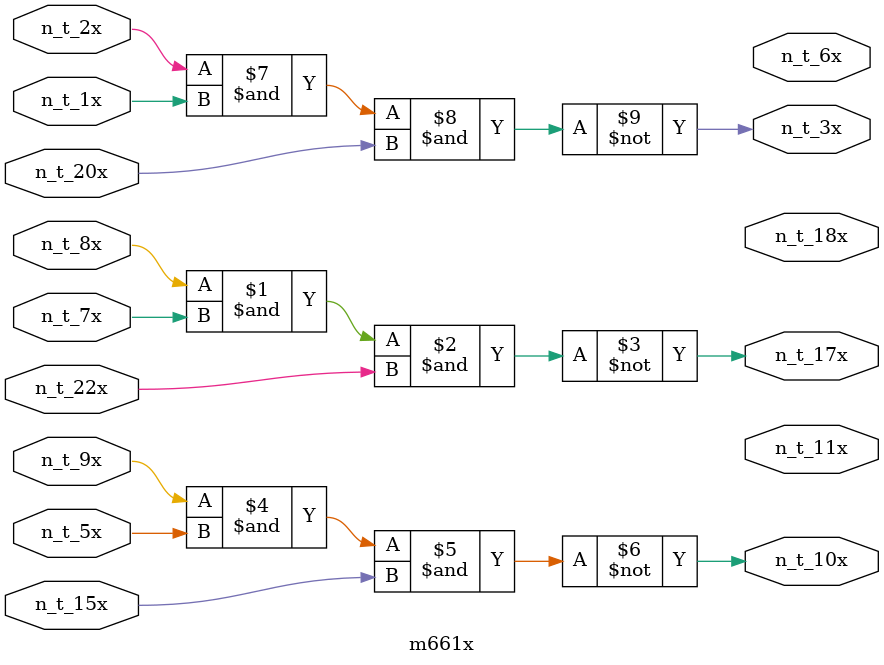
<source format=v>
module m661x (n_t_10x, n_t_11x, n_t_15x, n_t_17x, n_t_18x, n_t_1x, n_t_20x, n_t_22x, n_t_2x, n_t_3x, n_t_5x, n_t_6x, n_t_7x, n_t_8x, n_t_9x);
output n_t_10x;
output n_t_11x;
input n_t_15x;
output n_t_17x;
output n_t_18x;
input n_t_1x;
input n_t_20x;
input n_t_22x;
input n_t_2x;
output n_t_3x;
input n_t_5x;
output n_t_6x;
input n_t_7x;
input n_t_8x;
input n_t_9x;


assign n_t_17x = ~(n_t_8x & n_t_7x & n_t_22x);
assign n_t_10x = ~(n_t_9x & n_t_5x & n_t_15x);
assign n_t_3x = ~(n_t_2x & n_t_1x & n_t_20x);
// open collector 'wire-or's 
endmodule

</source>
